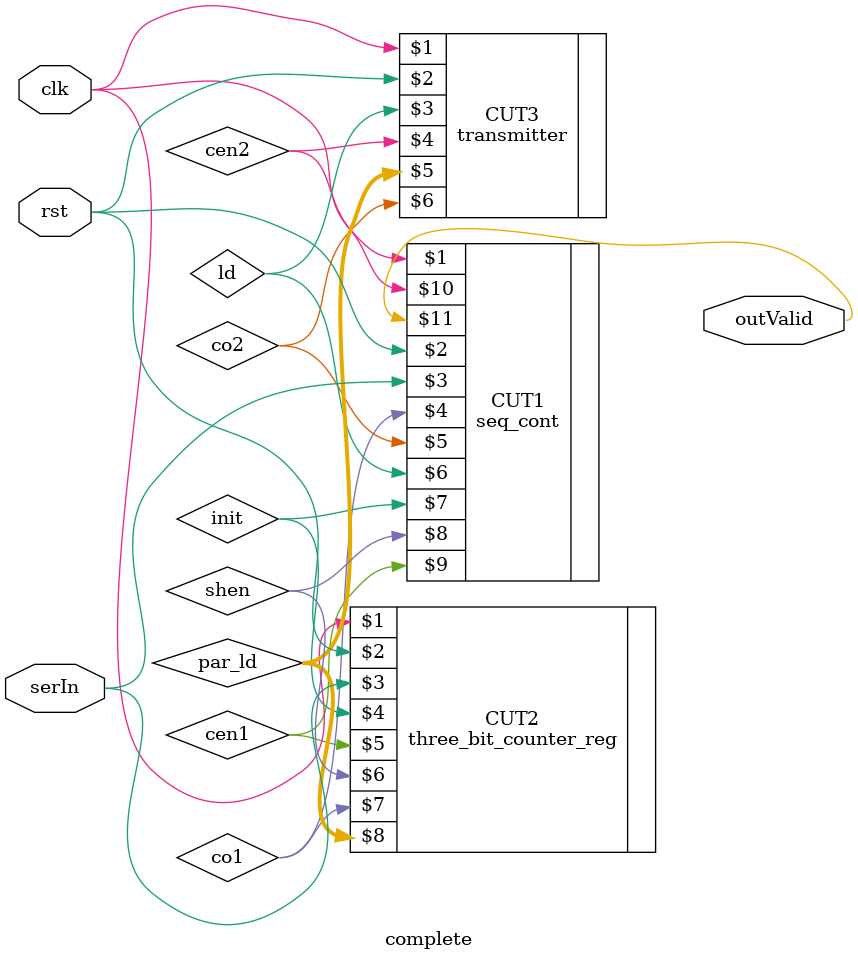
<source format=sv>
`timescale 1ns / 1ns
module complete (
    input  serIn,
    clk,
    rst,
    output outValid
);
  wire co1, co2, init, shen, cen1, cen2, ld;
  wire [7:0] par_ld;
  seq_cont CUT1 (
      clk,
      rst,
      serIn,
      co1,
      co2,
      ld,
      init,
      shen,
      cen1,
      cen2,
      outValid
  );
  three_bit_counter_reg CUT2 (
      clk,
      rst,
      serIn,
      init,
      cen1,
      shen,
      co1,
      par_ld
  );
  transmitter CUT3 (
      clk,
      rst,
      ld,
      cen2,
      par_ld,
      co2
  );
endmodule

</source>
